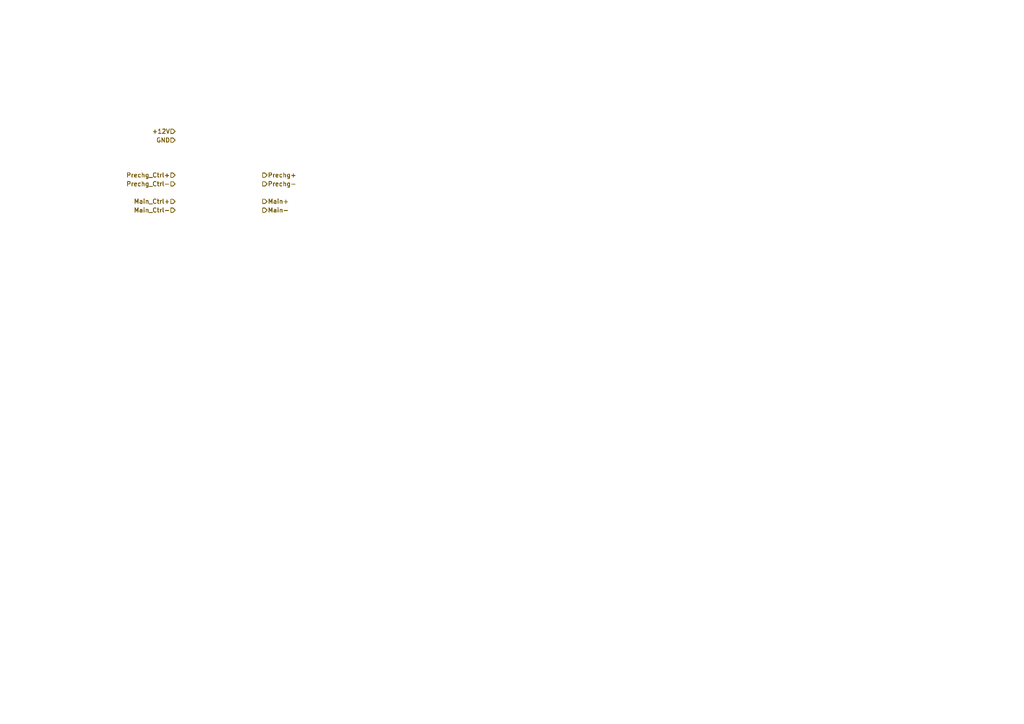
<source format=kicad_sch>
(kicad_sch (version 20230121) (generator eeschema)
  (paper "A4")
  (lib_symbols)
  (hierarchical_label "Main_Ctrl-" (shape input) (at 50.8 60.96 180))
  (hierarchical_label "Prechg_Ctrl-" (shape input) (at 50.8 53.34 180))
  (hierarchical_label "GND" (shape input) (at 50.8 40.64 180))
  (hierarchical_label "Main_Ctrl-" (shape input) (at 50.8 60.96 180))
  (hierarchical_label "Prechg+" (shape output) (at 76.2 50.8 0))
  (hierarchical_label "Prechg+" (shape output) (at 76.2 50.8 0))
  (hierarchical_label "Main-" (shape output) (at 76.2 60.96 0))
  (hierarchical_label "Main-" (shape output) (at 76.2 60.96 0))
  (hierarchical_label "Prechg-" (shape output) (at 76.2 53.34 0))
  (hierarchical_label "Prechg_Ctrl-" (shape input) (at 50.8 53.34 180))
  (hierarchical_label "Main_Ctrl+" (shape input) (at 50.8 58.42 180))
  (hierarchical_label "Main_Ctrl-" (shape input) (at 50.8 60.96 180))
  (hierarchical_label "Main+" (shape output) (at 76.2 58.42 0))
  (hierarchical_label "Prechg_Ctrl+" (shape input) (at 50.8 50.8 180))
  (hierarchical_label "Prechg_Ctrl-" (shape input) (at 50.8 53.34 180))
  (hierarchical_label "GND" (shape input) (at 50.8 40.64 180))
  (hierarchical_label "+12V" (shape input) (at 50.8 38.1 180))
  (hierarchical_label "Prechg-" (shape output) (at 76.2 53.34 0))
  (hierarchical_label "GND" (shape input) (at 50.8 40.64 180))
  (hierarchical_label "Main_Ctrl+" (shape input) (at 50.8 58.42 180))
  (hierarchical_label "+12V" (shape input) (at 50.8 38.1 180))
  (hierarchical_label "+12V" (shape input) (at 50.8 38.1 180))
  (hierarchical_label "+12V" (shape input) (at 50.8 38.1 180))
  (hierarchical_label "Main+" (shape output) (at 76.2 58.42 0))
  (hierarchical_label "Prechg+" (shape output) (at 76.2 50.8 0))
  (hierarchical_label "Prechg+" (shape output) (at 76.2 50.8 0))
  (hierarchical_label "Main-" (shape output) (at 76.2 60.96 0))
  (hierarchical_label "Main_Ctrl-" (shape input) (at 50.8 60.96 180))
  (hierarchical_label "Prechg-" (shape output) (at 76.2 53.34 0))
  (hierarchical_label "Prechg_Ctrl-" (shape input) (at 50.8 53.34 180))
  (hierarchical_label "Main-" (shape output) (at 76.2 60.96 0))
  (hierarchical_label "Main+" (shape output) (at 76.2 58.42 0))
  (hierarchical_label "Main+" (shape output) (at 76.2 58.42 0))
  (hierarchical_label "Main_Ctrl+" (shape input) (at 50.8 58.42 180))
  (hierarchical_label "Prechg_Ctrl+" (shape input) (at 50.8 50.8 180))
  (hierarchical_label "Prechg_Ctrl+" (shape input) (at 50.8 50.8 180))
  (hierarchical_label "GND" (shape input) (at 50.8 40.64 180))
  (hierarchical_label "Prechg-" (shape output) (at 76.2 53.34 0))
  (hierarchical_label "Main_Ctrl+" (shape input) (at 50.8 58.42 180))
  (hierarchical_label "Prechg_Ctrl+" (shape input) (at 50.8 50.8 180))
)
</source>
